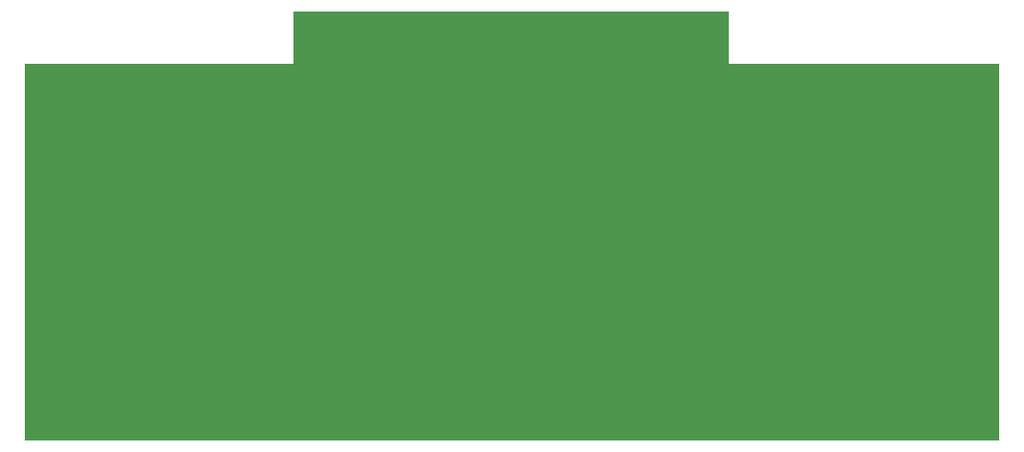
<source format=gbr>
G04 DipTrace 2.3.1.0*
%INBoard.gbr*%
%MOIN*%
%ADD11C,0.0055*%
%FSLAX44Y44*%
G04*
G70*
G90*
G75*
G01*
%LNBoardPoly*%
%LPD*%
G36*
X3937Y3937D2*
D11*
Y18110D1*
X14030D1*
Y20079D1*
X30407D1*
Y18110D1*
X40551D1*
Y3937D1*
X3937D1*
G37*
M02*

</source>
